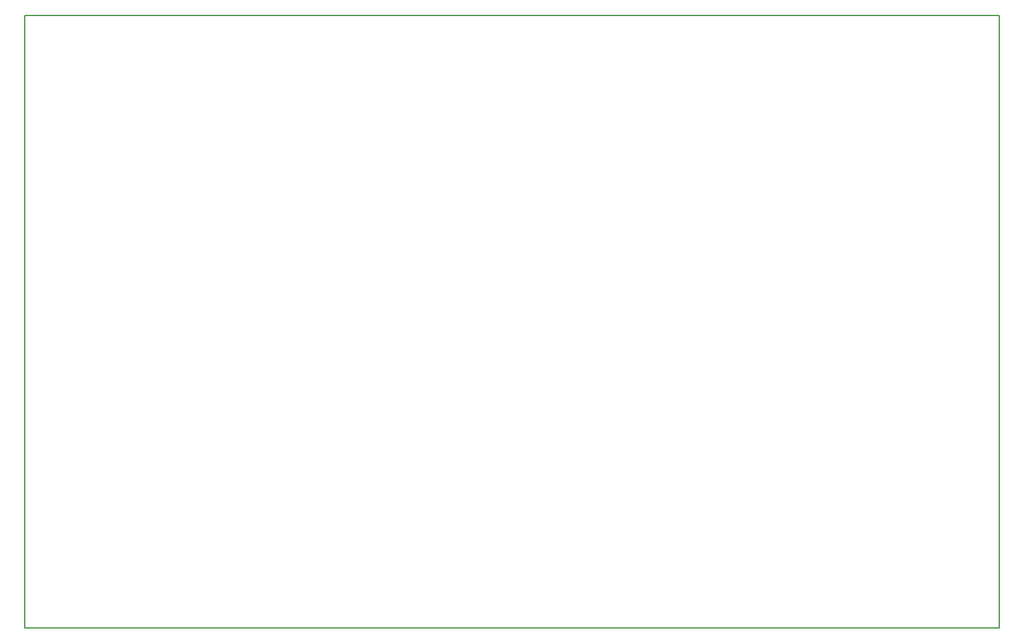
<source format=gbr>
G04 #@! TF.FileFunction,Profile,NP*
%FSLAX46Y46*%
G04 Gerber Fmt 4.6, Leading zero omitted, Abs format (unit mm)*
G04 Created by KiCad (PCBNEW 4.0.7) date 06/09/18 23:49:41*
%MOMM*%
%LPD*%
G01*
G04 APERTURE LIST*
%ADD10C,0.100000*%
%ADD11C,0.150000*%
G04 APERTURE END LIST*
D10*
D11*
X68580000Y-138430000D02*
X71120000Y-138430000D01*
X68580000Y-90170000D02*
X68580000Y-138430000D01*
X68580000Y-54610000D02*
X71120000Y-54610000D01*
X68580000Y-90170000D02*
X68580000Y-54610000D01*
X71120000Y-138430000D02*
X201930000Y-138430000D01*
X71120000Y-54610000D02*
X124460000Y-54610000D01*
X201930000Y-54610000D02*
X201930000Y-138430000D01*
X124460000Y-54610000D02*
X201930000Y-54610000D01*
M02*

</source>
